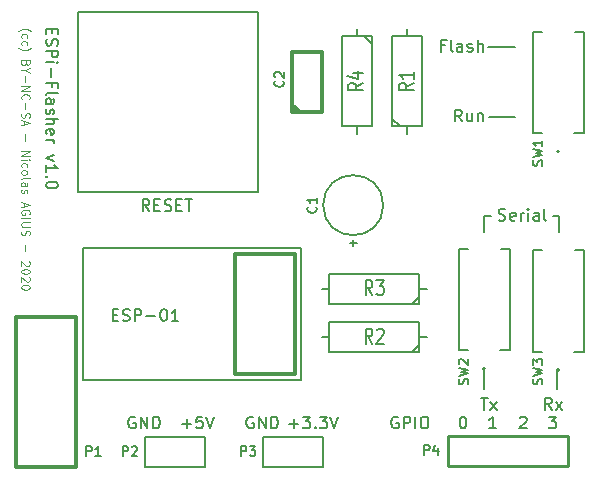
<source format=gto>
G04 (created by PCBNEW (2013-jul-07)-stable) date jeu. 28 mai 2020 22:11:48 IST*
%MOIN*%
G04 Gerber Fmt 3.4, Leading zero omitted, Abs format*
%FSLAX34Y34*%
G01*
G70*
G90*
G04 APERTURE LIST*
%ADD10C,0.00590551*%
%ADD11C,0.00472441*%
%ADD12C,0.00787402*%
%ADD13C,0.012*%
%ADD14C,0.005*%
%ADD15C,0.01*%
%ADD16C,0.006*%
%ADD17C,0.00511811*%
%ADD18C,0.008*%
%ADD19C,0.0075*%
%ADD20C,0.0019685*%
G04 APERTURE END LIST*
G54D10*
G54D11*
X531Y-938D02*
X544Y-925D01*
X583Y-898D01*
X610Y-885D01*
X649Y-872D01*
X715Y-859D01*
X767Y-859D01*
X833Y-872D01*
X872Y-885D01*
X898Y-898D01*
X938Y-925D01*
X951Y-938D01*
X649Y-1161D02*
X636Y-1135D01*
X636Y-1082D01*
X649Y-1056D01*
X662Y-1043D01*
X688Y-1030D01*
X767Y-1030D01*
X793Y-1043D01*
X807Y-1056D01*
X820Y-1082D01*
X820Y-1135D01*
X807Y-1161D01*
X649Y-1397D02*
X636Y-1371D01*
X636Y-1318D01*
X649Y-1292D01*
X662Y-1279D01*
X688Y-1266D01*
X767Y-1266D01*
X793Y-1279D01*
X807Y-1292D01*
X820Y-1318D01*
X820Y-1371D01*
X807Y-1397D01*
X531Y-1489D02*
X544Y-1502D01*
X583Y-1528D01*
X610Y-1541D01*
X649Y-1555D01*
X715Y-1568D01*
X767Y-1568D01*
X833Y-1555D01*
X872Y-1541D01*
X898Y-1528D01*
X938Y-1502D01*
X951Y-1489D01*
X780Y-2001D02*
X767Y-2040D01*
X754Y-2053D01*
X728Y-2066D01*
X688Y-2066D01*
X662Y-2053D01*
X649Y-2040D01*
X636Y-2014D01*
X636Y-1909D01*
X912Y-1909D01*
X912Y-2001D01*
X898Y-2027D01*
X885Y-2040D01*
X859Y-2053D01*
X833Y-2053D01*
X807Y-2040D01*
X793Y-2027D01*
X780Y-2001D01*
X780Y-1909D01*
X767Y-2237D02*
X636Y-2237D01*
X912Y-2145D02*
X767Y-2237D01*
X912Y-2329D01*
X741Y-2421D02*
X741Y-2631D01*
X636Y-2762D02*
X912Y-2762D01*
X636Y-2919D01*
X912Y-2919D01*
X662Y-3208D02*
X649Y-3195D01*
X636Y-3156D01*
X636Y-3129D01*
X649Y-3090D01*
X675Y-3064D01*
X702Y-3051D01*
X754Y-3038D01*
X793Y-3038D01*
X846Y-3051D01*
X872Y-3064D01*
X898Y-3090D01*
X912Y-3129D01*
X912Y-3156D01*
X898Y-3195D01*
X885Y-3208D01*
X741Y-3326D02*
X741Y-3536D01*
X649Y-3654D02*
X636Y-3694D01*
X636Y-3759D01*
X649Y-3786D01*
X662Y-3799D01*
X688Y-3812D01*
X715Y-3812D01*
X741Y-3799D01*
X754Y-3786D01*
X767Y-3759D01*
X780Y-3707D01*
X793Y-3681D01*
X807Y-3667D01*
X833Y-3654D01*
X859Y-3654D01*
X885Y-3667D01*
X898Y-3681D01*
X912Y-3707D01*
X912Y-3772D01*
X898Y-3812D01*
X715Y-3917D02*
X715Y-4048D01*
X636Y-3891D02*
X912Y-3982D01*
X636Y-4074D01*
X741Y-4376D02*
X741Y-4586D01*
X636Y-4927D02*
X912Y-4927D01*
X636Y-5085D01*
X912Y-5085D01*
X636Y-5216D02*
X820Y-5216D01*
X912Y-5216D02*
X898Y-5203D01*
X885Y-5216D01*
X898Y-5229D01*
X912Y-5216D01*
X885Y-5216D01*
X649Y-5465D02*
X636Y-5439D01*
X636Y-5387D01*
X649Y-5360D01*
X662Y-5347D01*
X688Y-5334D01*
X767Y-5334D01*
X793Y-5347D01*
X807Y-5360D01*
X820Y-5387D01*
X820Y-5439D01*
X807Y-5465D01*
X636Y-5623D02*
X649Y-5597D01*
X662Y-5583D01*
X688Y-5570D01*
X767Y-5570D01*
X793Y-5583D01*
X807Y-5597D01*
X820Y-5623D01*
X820Y-5662D01*
X807Y-5688D01*
X793Y-5702D01*
X767Y-5715D01*
X688Y-5715D01*
X662Y-5702D01*
X649Y-5688D01*
X636Y-5662D01*
X636Y-5623D01*
X636Y-5872D02*
X649Y-5846D01*
X675Y-5833D01*
X912Y-5833D01*
X636Y-6095D02*
X780Y-6095D01*
X807Y-6082D01*
X820Y-6056D01*
X820Y-6003D01*
X807Y-5977D01*
X649Y-6095D02*
X636Y-6069D01*
X636Y-6003D01*
X649Y-5977D01*
X675Y-5964D01*
X702Y-5964D01*
X728Y-5977D01*
X741Y-6003D01*
X741Y-6069D01*
X754Y-6095D01*
X649Y-6213D02*
X636Y-6240D01*
X636Y-6292D01*
X649Y-6318D01*
X675Y-6332D01*
X688Y-6332D01*
X715Y-6318D01*
X728Y-6292D01*
X728Y-6253D01*
X741Y-6227D01*
X767Y-6213D01*
X780Y-6213D01*
X807Y-6227D01*
X820Y-6253D01*
X820Y-6292D01*
X807Y-6318D01*
X715Y-6646D02*
X715Y-6778D01*
X636Y-6620D02*
X912Y-6712D01*
X636Y-6804D01*
X898Y-7040D02*
X912Y-7014D01*
X912Y-6975D01*
X898Y-6935D01*
X872Y-6909D01*
X846Y-6896D01*
X793Y-6883D01*
X754Y-6883D01*
X702Y-6896D01*
X675Y-6909D01*
X649Y-6935D01*
X636Y-6975D01*
X636Y-7001D01*
X649Y-7040D01*
X662Y-7053D01*
X754Y-7053D01*
X754Y-7001D01*
X636Y-7171D02*
X912Y-7171D01*
X912Y-7303D02*
X688Y-7303D01*
X662Y-7316D01*
X649Y-7329D01*
X636Y-7355D01*
X636Y-7408D01*
X649Y-7434D01*
X662Y-7447D01*
X688Y-7460D01*
X912Y-7460D01*
X649Y-7578D02*
X636Y-7618D01*
X636Y-7683D01*
X649Y-7709D01*
X662Y-7723D01*
X688Y-7736D01*
X715Y-7736D01*
X741Y-7723D01*
X754Y-7709D01*
X767Y-7683D01*
X780Y-7631D01*
X793Y-7604D01*
X807Y-7591D01*
X833Y-7578D01*
X859Y-7578D01*
X885Y-7591D01*
X898Y-7604D01*
X912Y-7631D01*
X912Y-7696D01*
X898Y-7736D01*
X741Y-8064D02*
X741Y-8274D01*
X885Y-8602D02*
X898Y-8615D01*
X912Y-8641D01*
X912Y-8707D01*
X898Y-8733D01*
X885Y-8746D01*
X859Y-8759D01*
X833Y-8759D01*
X793Y-8746D01*
X636Y-8589D01*
X636Y-8759D01*
X912Y-8930D02*
X912Y-8956D01*
X898Y-8982D01*
X885Y-8996D01*
X859Y-9009D01*
X807Y-9022D01*
X741Y-9022D01*
X688Y-9009D01*
X662Y-8996D01*
X649Y-8982D01*
X636Y-8956D01*
X636Y-8930D01*
X649Y-8904D01*
X662Y-8891D01*
X688Y-8877D01*
X741Y-8864D01*
X807Y-8864D01*
X859Y-8877D01*
X885Y-8891D01*
X898Y-8904D01*
X912Y-8930D01*
X885Y-9127D02*
X898Y-9140D01*
X912Y-9166D01*
X912Y-9232D01*
X898Y-9258D01*
X885Y-9271D01*
X859Y-9284D01*
X833Y-9284D01*
X793Y-9271D01*
X636Y-9114D01*
X636Y-9284D01*
X912Y-9455D02*
X912Y-9481D01*
X898Y-9507D01*
X885Y-9520D01*
X859Y-9534D01*
X807Y-9547D01*
X741Y-9547D01*
X688Y-9534D01*
X662Y-9520D01*
X649Y-9507D01*
X636Y-9481D01*
X636Y-9455D01*
X649Y-9429D01*
X662Y-9416D01*
X688Y-9402D01*
X741Y-9389D01*
X807Y-9389D01*
X859Y-9402D01*
X885Y-9416D01*
X898Y-9429D01*
X912Y-9455D01*
G54D12*
X16181Y-1456D02*
X17086Y-1456D01*
X16220Y-3779D02*
X17086Y-3779D01*
X15316Y-3938D02*
X15185Y-3751D01*
X15091Y-3938D02*
X15091Y-3545D01*
X15241Y-3545D01*
X15279Y-3563D01*
X15298Y-3582D01*
X15316Y-3620D01*
X15316Y-3676D01*
X15298Y-3713D01*
X15279Y-3732D01*
X15241Y-3751D01*
X15091Y-3751D01*
X15654Y-3676D02*
X15654Y-3938D01*
X15485Y-3676D02*
X15485Y-3882D01*
X15504Y-3920D01*
X15541Y-3938D01*
X15598Y-3938D01*
X15635Y-3920D01*
X15654Y-3901D01*
X15841Y-3676D02*
X15841Y-3938D01*
X15841Y-3713D02*
X15860Y-3695D01*
X15898Y-3676D01*
X15954Y-3676D01*
X15991Y-3695D01*
X16010Y-3732D01*
X16010Y-3938D01*
X14752Y-1409D02*
X14621Y-1409D01*
X14621Y-1616D02*
X14621Y-1222D01*
X14808Y-1222D01*
X15014Y-1616D02*
X14977Y-1597D01*
X14958Y-1559D01*
X14958Y-1222D01*
X15333Y-1616D02*
X15333Y-1409D01*
X15314Y-1372D01*
X15277Y-1353D01*
X15202Y-1353D01*
X15164Y-1372D01*
X15333Y-1597D02*
X15296Y-1616D01*
X15202Y-1616D01*
X15164Y-1597D01*
X15146Y-1559D01*
X15146Y-1522D01*
X15164Y-1484D01*
X15202Y-1466D01*
X15296Y-1466D01*
X15333Y-1447D01*
X15502Y-1597D02*
X15539Y-1616D01*
X15614Y-1616D01*
X15652Y-1597D01*
X15671Y-1559D01*
X15671Y-1541D01*
X15652Y-1503D01*
X15614Y-1484D01*
X15558Y-1484D01*
X15521Y-1466D01*
X15502Y-1428D01*
X15502Y-1409D01*
X15521Y-1372D01*
X15558Y-1353D01*
X15614Y-1353D01*
X15652Y-1372D01*
X15839Y-1616D02*
X15839Y-1222D01*
X16008Y-1616D02*
X16008Y-1409D01*
X15989Y-1372D01*
X15952Y-1353D01*
X15896Y-1353D01*
X15858Y-1372D01*
X15839Y-1391D01*
X18503Y-12874D02*
X18503Y-12244D01*
X16062Y-7086D02*
X16299Y-7086D01*
X16062Y-7637D02*
X16062Y-7086D01*
X18543Y-7086D02*
X18346Y-7086D01*
X18543Y-7637D02*
X18543Y-7086D01*
X16062Y-12204D02*
X16062Y-12874D01*
X16544Y-7227D02*
X16601Y-7245D01*
X16694Y-7245D01*
X16732Y-7227D01*
X16751Y-7208D01*
X16769Y-7170D01*
X16769Y-7133D01*
X16751Y-7095D01*
X16732Y-7077D01*
X16694Y-7058D01*
X16619Y-7039D01*
X16582Y-7020D01*
X16563Y-7002D01*
X16544Y-6964D01*
X16544Y-6927D01*
X16563Y-6889D01*
X16582Y-6871D01*
X16619Y-6852D01*
X16713Y-6852D01*
X16769Y-6871D01*
X17088Y-7227D02*
X17050Y-7245D01*
X16976Y-7245D01*
X16938Y-7227D01*
X16919Y-7189D01*
X16919Y-7039D01*
X16938Y-7002D01*
X16976Y-6983D01*
X17050Y-6983D01*
X17088Y-7002D01*
X17107Y-7039D01*
X17107Y-7077D01*
X16919Y-7114D01*
X17275Y-7245D02*
X17275Y-6983D01*
X17275Y-7058D02*
X17294Y-7020D01*
X17313Y-7002D01*
X17350Y-6983D01*
X17388Y-6983D01*
X17519Y-7245D02*
X17519Y-6983D01*
X17519Y-6852D02*
X17500Y-6871D01*
X17519Y-6889D01*
X17538Y-6871D01*
X17519Y-6852D01*
X17519Y-6889D01*
X17875Y-7245D02*
X17875Y-7039D01*
X17857Y-7002D01*
X17819Y-6983D01*
X17744Y-6983D01*
X17707Y-7002D01*
X17875Y-7227D02*
X17838Y-7245D01*
X17744Y-7245D01*
X17707Y-7227D01*
X17688Y-7189D01*
X17688Y-7152D01*
X17707Y-7114D01*
X17744Y-7095D01*
X17838Y-7095D01*
X17875Y-7077D01*
X18119Y-7245D02*
X18082Y-7227D01*
X18063Y-7189D01*
X18063Y-6852D01*
X18308Y-13545D02*
X18177Y-13357D01*
X18083Y-13545D02*
X18083Y-13151D01*
X18233Y-13151D01*
X18271Y-13170D01*
X18290Y-13188D01*
X18308Y-13226D01*
X18308Y-13282D01*
X18290Y-13320D01*
X18271Y-13338D01*
X18233Y-13357D01*
X18083Y-13357D01*
X18440Y-13545D02*
X18646Y-13282D01*
X18440Y-13282D02*
X18646Y-13545D01*
X15948Y-13151D02*
X16173Y-13151D01*
X16061Y-13545D02*
X16061Y-13151D01*
X16267Y-13545D02*
X16473Y-13282D01*
X16267Y-13282D02*
X16473Y-13545D01*
X18215Y-13781D02*
X18458Y-13781D01*
X18327Y-13931D01*
X18383Y-13931D01*
X18421Y-13950D01*
X18440Y-13968D01*
X18458Y-14006D01*
X18458Y-14100D01*
X18440Y-14137D01*
X18421Y-14156D01*
X18383Y-14175D01*
X18271Y-14175D01*
X18233Y-14156D01*
X18215Y-14137D01*
X17249Y-13818D02*
X17268Y-13800D01*
X17305Y-13781D01*
X17399Y-13781D01*
X17437Y-13800D01*
X17455Y-13818D01*
X17474Y-13856D01*
X17474Y-13893D01*
X17455Y-13950D01*
X17230Y-14175D01*
X17474Y-14175D01*
X16451Y-14175D02*
X16226Y-14175D01*
X16338Y-14175D02*
X16338Y-13781D01*
X16301Y-13837D01*
X16263Y-13875D01*
X16226Y-13893D01*
X15335Y-13781D02*
X15373Y-13781D01*
X15410Y-13800D01*
X15429Y-13818D01*
X15448Y-13856D01*
X15466Y-13931D01*
X15466Y-14025D01*
X15448Y-14100D01*
X15429Y-14137D01*
X15410Y-14156D01*
X15373Y-14175D01*
X15335Y-14175D01*
X15298Y-14156D01*
X15279Y-14137D01*
X15260Y-14100D01*
X15241Y-14025D01*
X15241Y-13931D01*
X15260Y-13856D01*
X15279Y-13818D01*
X15298Y-13800D01*
X15335Y-13781D01*
X13188Y-13800D02*
X13151Y-13781D01*
X13095Y-13781D01*
X13038Y-13800D01*
X13001Y-13837D01*
X12982Y-13875D01*
X12964Y-13950D01*
X12964Y-14006D01*
X12982Y-14081D01*
X13001Y-14118D01*
X13038Y-14156D01*
X13095Y-14175D01*
X13132Y-14175D01*
X13188Y-14156D01*
X13207Y-14137D01*
X13207Y-14006D01*
X13132Y-14006D01*
X13376Y-14175D02*
X13376Y-13781D01*
X13526Y-13781D01*
X13563Y-13800D01*
X13582Y-13818D01*
X13601Y-13856D01*
X13601Y-13912D01*
X13582Y-13950D01*
X13563Y-13968D01*
X13526Y-13987D01*
X13376Y-13987D01*
X13770Y-14175D02*
X13770Y-13781D01*
X14032Y-13781D02*
X14107Y-13781D01*
X14145Y-13800D01*
X14182Y-13837D01*
X14201Y-13912D01*
X14201Y-14043D01*
X14182Y-14118D01*
X14145Y-14156D01*
X14107Y-14175D01*
X14032Y-14175D01*
X13995Y-14156D01*
X13957Y-14118D01*
X13938Y-14043D01*
X13938Y-13912D01*
X13957Y-13837D01*
X13995Y-13800D01*
X14032Y-13781D01*
X9566Y-14025D02*
X9866Y-14025D01*
X9716Y-14175D02*
X9716Y-13875D01*
X10016Y-13781D02*
X10260Y-13781D01*
X10129Y-13931D01*
X10185Y-13931D01*
X10223Y-13950D01*
X10241Y-13968D01*
X10260Y-14006D01*
X10260Y-14100D01*
X10241Y-14137D01*
X10223Y-14156D01*
X10185Y-14175D01*
X10073Y-14175D01*
X10035Y-14156D01*
X10016Y-14137D01*
X10429Y-14137D02*
X10448Y-14156D01*
X10429Y-14175D01*
X10410Y-14156D01*
X10429Y-14137D01*
X10429Y-14175D01*
X10579Y-13781D02*
X10823Y-13781D01*
X10691Y-13931D01*
X10748Y-13931D01*
X10785Y-13950D01*
X10804Y-13968D01*
X10823Y-14006D01*
X10823Y-14100D01*
X10804Y-14137D01*
X10785Y-14156D01*
X10748Y-14175D01*
X10635Y-14175D01*
X10598Y-14156D01*
X10579Y-14137D01*
X10935Y-13781D02*
X11066Y-14175D01*
X11197Y-13781D01*
X5989Y-14025D02*
X6289Y-14025D01*
X6139Y-14175D02*
X6139Y-13875D01*
X6664Y-13781D02*
X6477Y-13781D01*
X6458Y-13968D01*
X6477Y-13950D01*
X6514Y-13931D01*
X6608Y-13931D01*
X6646Y-13950D01*
X6664Y-13968D01*
X6683Y-14006D01*
X6683Y-14100D01*
X6664Y-14137D01*
X6646Y-14156D01*
X6608Y-14175D01*
X6514Y-14175D01*
X6477Y-14156D01*
X6458Y-14137D01*
X6796Y-13781D02*
X6927Y-14175D01*
X7058Y-13781D01*
X8361Y-13800D02*
X8323Y-13781D01*
X8267Y-13781D01*
X8211Y-13800D01*
X8173Y-13837D01*
X8155Y-13875D01*
X8136Y-13950D01*
X8136Y-14006D01*
X8155Y-14081D01*
X8173Y-14118D01*
X8211Y-14156D01*
X8267Y-14175D01*
X8305Y-14175D01*
X8361Y-14156D01*
X8380Y-14137D01*
X8380Y-14006D01*
X8305Y-14006D01*
X8548Y-14175D02*
X8548Y-13781D01*
X8773Y-14175D01*
X8773Y-13781D01*
X8961Y-14175D02*
X8961Y-13781D01*
X9055Y-13781D01*
X9111Y-13800D01*
X9148Y-13837D01*
X9167Y-13875D01*
X9186Y-13950D01*
X9186Y-14006D01*
X9167Y-14081D01*
X9148Y-14118D01*
X9111Y-14156D01*
X9055Y-14175D01*
X8961Y-14175D01*
X4424Y-13800D02*
X4386Y-13781D01*
X4330Y-13781D01*
X4274Y-13800D01*
X4236Y-13837D01*
X4218Y-13875D01*
X4199Y-13950D01*
X4199Y-14006D01*
X4218Y-14081D01*
X4236Y-14118D01*
X4274Y-14156D01*
X4330Y-14175D01*
X4368Y-14175D01*
X4424Y-14156D01*
X4443Y-14137D01*
X4443Y-14006D01*
X4368Y-14006D01*
X4611Y-14175D02*
X4611Y-13781D01*
X4836Y-14175D01*
X4836Y-13781D01*
X5024Y-14175D02*
X5024Y-13781D01*
X5118Y-13781D01*
X5174Y-13800D01*
X5211Y-13837D01*
X5230Y-13875D01*
X5249Y-13950D01*
X5249Y-14006D01*
X5230Y-14081D01*
X5211Y-14118D01*
X5174Y-14156D01*
X5118Y-14175D01*
X5024Y-14175D01*
X4900Y-6931D02*
X4769Y-6743D01*
X4675Y-6931D02*
X4675Y-6537D01*
X4825Y-6537D01*
X4863Y-6556D01*
X4881Y-6574D01*
X4900Y-6612D01*
X4900Y-6668D01*
X4881Y-6706D01*
X4863Y-6724D01*
X4825Y-6743D01*
X4675Y-6743D01*
X5069Y-6724D02*
X5200Y-6724D01*
X5256Y-6931D02*
X5069Y-6931D01*
X5069Y-6537D01*
X5256Y-6537D01*
X5406Y-6912D02*
X5463Y-6931D01*
X5556Y-6931D01*
X5594Y-6912D01*
X5613Y-6893D01*
X5631Y-6856D01*
X5631Y-6818D01*
X5613Y-6781D01*
X5594Y-6762D01*
X5556Y-6743D01*
X5481Y-6724D01*
X5444Y-6706D01*
X5425Y-6687D01*
X5406Y-6649D01*
X5406Y-6612D01*
X5425Y-6574D01*
X5444Y-6556D01*
X5481Y-6537D01*
X5575Y-6537D01*
X5631Y-6556D01*
X5800Y-6724D02*
X5931Y-6724D01*
X5988Y-6931D02*
X5800Y-6931D01*
X5800Y-6537D01*
X5988Y-6537D01*
X6100Y-6537D02*
X6325Y-6537D01*
X6212Y-6931D02*
X6212Y-6537D01*
X1661Y-851D02*
X1661Y-982D01*
X1454Y-1038D02*
X1454Y-851D01*
X1848Y-851D01*
X1848Y-1038D01*
X1473Y-1188D02*
X1454Y-1244D01*
X1454Y-1338D01*
X1473Y-1376D01*
X1492Y-1394D01*
X1529Y-1413D01*
X1567Y-1413D01*
X1604Y-1394D01*
X1623Y-1376D01*
X1642Y-1338D01*
X1661Y-1263D01*
X1679Y-1226D01*
X1698Y-1207D01*
X1736Y-1188D01*
X1773Y-1188D01*
X1811Y-1207D01*
X1829Y-1226D01*
X1848Y-1263D01*
X1848Y-1357D01*
X1829Y-1413D01*
X1454Y-1582D02*
X1848Y-1582D01*
X1848Y-1732D01*
X1829Y-1769D01*
X1811Y-1788D01*
X1773Y-1807D01*
X1717Y-1807D01*
X1679Y-1788D01*
X1661Y-1769D01*
X1642Y-1732D01*
X1642Y-1582D01*
X1454Y-1976D02*
X1717Y-1976D01*
X1848Y-1976D02*
X1829Y-1957D01*
X1811Y-1976D01*
X1829Y-1994D01*
X1848Y-1976D01*
X1811Y-1976D01*
X1604Y-2163D02*
X1604Y-2463D01*
X1661Y-2782D02*
X1661Y-2650D01*
X1454Y-2650D02*
X1848Y-2650D01*
X1848Y-2838D01*
X1454Y-3044D02*
X1473Y-3007D01*
X1511Y-2988D01*
X1848Y-2988D01*
X1454Y-3363D02*
X1661Y-3363D01*
X1698Y-3344D01*
X1717Y-3307D01*
X1717Y-3232D01*
X1698Y-3194D01*
X1473Y-3363D02*
X1454Y-3325D01*
X1454Y-3232D01*
X1473Y-3194D01*
X1511Y-3175D01*
X1548Y-3175D01*
X1586Y-3194D01*
X1604Y-3232D01*
X1604Y-3325D01*
X1623Y-3363D01*
X1473Y-3532D02*
X1454Y-3569D01*
X1454Y-3644D01*
X1473Y-3682D01*
X1511Y-3700D01*
X1529Y-3700D01*
X1567Y-3682D01*
X1586Y-3644D01*
X1586Y-3588D01*
X1604Y-3550D01*
X1642Y-3532D01*
X1661Y-3532D01*
X1698Y-3550D01*
X1717Y-3588D01*
X1717Y-3644D01*
X1698Y-3682D01*
X1454Y-3869D02*
X1848Y-3869D01*
X1454Y-4038D02*
X1661Y-4038D01*
X1698Y-4019D01*
X1717Y-3982D01*
X1717Y-3925D01*
X1698Y-3888D01*
X1679Y-3869D01*
X1473Y-4375D02*
X1454Y-4338D01*
X1454Y-4263D01*
X1473Y-4225D01*
X1511Y-4206D01*
X1661Y-4206D01*
X1698Y-4225D01*
X1717Y-4263D01*
X1717Y-4338D01*
X1698Y-4375D01*
X1661Y-4394D01*
X1623Y-4394D01*
X1586Y-4206D01*
X1454Y-4563D02*
X1717Y-4563D01*
X1642Y-4563D02*
X1679Y-4581D01*
X1698Y-4600D01*
X1717Y-4638D01*
X1717Y-4675D01*
X1717Y-5069D02*
X1454Y-5163D01*
X1717Y-5256D01*
X1454Y-5613D02*
X1454Y-5388D01*
X1454Y-5500D02*
X1848Y-5500D01*
X1792Y-5463D01*
X1754Y-5425D01*
X1736Y-5388D01*
X1492Y-5781D02*
X1473Y-5800D01*
X1454Y-5781D01*
X1473Y-5763D01*
X1492Y-5781D01*
X1454Y-5781D01*
X1848Y-6044D02*
X1848Y-6081D01*
X1829Y-6119D01*
X1811Y-6137D01*
X1773Y-6156D01*
X1698Y-6175D01*
X1604Y-6175D01*
X1529Y-6156D01*
X1492Y-6137D01*
X1473Y-6119D01*
X1454Y-6081D01*
X1454Y-6044D01*
X1473Y-6006D01*
X1492Y-5988D01*
X1529Y-5969D01*
X1604Y-5950D01*
X1698Y-5950D01*
X1773Y-5969D01*
X1811Y-5988D01*
X1829Y-6006D01*
X1848Y-6044D01*
X9960Y-8149D02*
X9960Y-12559D01*
X2677Y-8149D02*
X9960Y-8149D01*
X2677Y-12559D02*
X2677Y-8149D01*
X9960Y-12559D02*
X2677Y-12559D01*
X3676Y-10386D02*
X3807Y-10386D01*
X3863Y-10592D02*
X3676Y-10592D01*
X3676Y-10198D01*
X3863Y-10198D01*
X4013Y-10573D02*
X4070Y-10592D01*
X4163Y-10592D01*
X4201Y-10573D01*
X4220Y-10554D01*
X4238Y-10517D01*
X4238Y-10479D01*
X4220Y-10442D01*
X4201Y-10423D01*
X4163Y-10404D01*
X4088Y-10386D01*
X4051Y-10367D01*
X4032Y-10348D01*
X4013Y-10311D01*
X4013Y-10273D01*
X4032Y-10236D01*
X4051Y-10217D01*
X4088Y-10198D01*
X4182Y-10198D01*
X4238Y-10217D01*
X4407Y-10592D02*
X4407Y-10198D01*
X4557Y-10198D01*
X4595Y-10217D01*
X4613Y-10236D01*
X4632Y-10273D01*
X4632Y-10329D01*
X4613Y-10367D01*
X4595Y-10386D01*
X4557Y-10404D01*
X4407Y-10404D01*
X4801Y-10442D02*
X5101Y-10442D01*
X5363Y-10198D02*
X5401Y-10198D01*
X5438Y-10217D01*
X5457Y-10236D01*
X5476Y-10273D01*
X5494Y-10348D01*
X5494Y-10442D01*
X5476Y-10517D01*
X5457Y-10554D01*
X5438Y-10573D01*
X5401Y-10592D01*
X5363Y-10592D01*
X5326Y-10573D01*
X5307Y-10554D01*
X5288Y-10517D01*
X5269Y-10442D01*
X5269Y-10348D01*
X5288Y-10273D01*
X5307Y-10236D01*
X5326Y-10217D01*
X5363Y-10198D01*
X5869Y-10592D02*
X5644Y-10592D01*
X5757Y-10592D02*
X5757Y-10198D01*
X5719Y-10254D01*
X5682Y-10292D01*
X5644Y-10311D01*
G54D13*
X456Y-15452D02*
X456Y-10452D01*
X456Y-10452D02*
X2456Y-10452D01*
X2456Y-10452D02*
X2456Y-15452D01*
X2456Y-15452D02*
X456Y-15452D01*
X7740Y-12354D02*
X7740Y-8354D01*
X7740Y-8354D02*
X9740Y-8354D01*
X9740Y-8354D02*
X9740Y-12354D01*
X9740Y-12354D02*
X7740Y-12354D01*
G54D14*
X13253Y-4098D02*
X14003Y-4098D01*
X14003Y-4098D02*
X14003Y-1098D01*
X14003Y-1098D02*
X13003Y-1098D01*
X13003Y-1098D02*
X13003Y-4098D01*
X13003Y-4098D02*
X13253Y-4098D01*
X13503Y-4348D02*
X13503Y-4098D01*
X13503Y-1098D02*
X13503Y-848D01*
X13253Y-4098D02*
X13003Y-3848D01*
X13901Y-11391D02*
X13901Y-10641D01*
X13901Y-10641D02*
X10901Y-10641D01*
X10901Y-10641D02*
X10901Y-11641D01*
X10901Y-11641D02*
X13901Y-11641D01*
X13901Y-11641D02*
X13901Y-11391D01*
X14151Y-11141D02*
X13901Y-11141D01*
X10901Y-11141D02*
X10651Y-11141D01*
X13901Y-11391D02*
X13651Y-11641D01*
X13901Y-9777D02*
X13901Y-9027D01*
X13901Y-9027D02*
X10901Y-9027D01*
X10901Y-9027D02*
X10901Y-10027D01*
X10901Y-10027D02*
X13901Y-10027D01*
X13901Y-10027D02*
X13901Y-9777D01*
X14151Y-9527D02*
X13901Y-9527D01*
X10901Y-9527D02*
X10651Y-9527D01*
X13901Y-9777D02*
X13651Y-10027D01*
X12694Y-6732D02*
G75*
G03X12694Y-6732I-1001J0D01*
G74*
G01*
G54D15*
X18850Y-15421D02*
X14850Y-15421D01*
X18850Y-14421D02*
X14850Y-14421D01*
X14850Y-14421D02*
X14850Y-15421D01*
X18850Y-15421D02*
X18850Y-14421D01*
G54D16*
X6748Y-14460D02*
X6748Y-15460D01*
X6748Y-15460D02*
X4748Y-15460D01*
X4748Y-15460D02*
X4748Y-14460D01*
X4748Y-14460D02*
X6748Y-14460D01*
X10685Y-14460D02*
X10685Y-15460D01*
X10685Y-15460D02*
X8685Y-15460D01*
X8685Y-15460D02*
X8685Y-14460D01*
X8685Y-14460D02*
X10685Y-14460D01*
X8511Y-307D02*
X8511Y-6307D01*
X8511Y-6307D02*
X2511Y-6307D01*
X2511Y-6307D02*
X2511Y-307D01*
X2511Y-307D02*
X8511Y-307D01*
G54D14*
X19055Y-11614D02*
X19389Y-11614D01*
X19389Y-11614D02*
X19389Y-8228D01*
X19389Y-8228D02*
X19094Y-8228D01*
X17992Y-8228D02*
X17696Y-8228D01*
X17696Y-8228D02*
X17696Y-11614D01*
X17696Y-11614D02*
X17992Y-11614D01*
G54D12*
X18562Y-12224D02*
G75*
G03X18562Y-12224I-39J0D01*
G74*
G01*
G54D14*
X16574Y-11574D02*
X16909Y-11574D01*
X16909Y-11574D02*
X16909Y-8188D01*
X16909Y-8188D02*
X16614Y-8188D01*
X15511Y-8188D02*
X15216Y-8188D01*
X15216Y-8188D02*
X15216Y-11574D01*
X15216Y-11574D02*
X15511Y-11574D01*
G54D12*
X16082Y-12185D02*
G75*
G03X16082Y-12185I-39J0D01*
G74*
G01*
G54D14*
X19055Y-4330D02*
X19389Y-4330D01*
X19389Y-4330D02*
X19389Y-944D01*
X19389Y-944D02*
X19094Y-944D01*
X17992Y-944D02*
X17696Y-944D01*
X17696Y-944D02*
X17696Y-4330D01*
X17696Y-4330D02*
X17992Y-4330D01*
G54D12*
X18562Y-4940D02*
G75*
G03X18562Y-4940I-39J0D01*
G74*
G01*
G54D14*
X12061Y-1098D02*
X11311Y-1098D01*
X11311Y-1098D02*
X11311Y-4098D01*
X11311Y-4098D02*
X12311Y-4098D01*
X12311Y-4098D02*
X12311Y-1098D01*
X12311Y-1098D02*
X12061Y-1098D01*
X11811Y-848D02*
X11811Y-1098D01*
X11811Y-4098D02*
X11811Y-4348D01*
X12061Y-1098D02*
X12311Y-1348D01*
G54D13*
X9657Y-3617D02*
X9657Y-1637D01*
X9657Y-1637D02*
X10657Y-1637D01*
X10657Y-1637D02*
X10657Y-3637D01*
X10657Y-3637D02*
X9657Y-3637D01*
X9907Y-3637D02*
X9657Y-3387D01*
G54D17*
X2799Y-15088D02*
X2799Y-14773D01*
X2919Y-14773D01*
X2949Y-14788D01*
X2964Y-14803D01*
X2979Y-14833D01*
X2979Y-14878D01*
X2964Y-14908D01*
X2949Y-14923D01*
X2919Y-14938D01*
X2799Y-14938D01*
X3278Y-15088D02*
X3098Y-15088D01*
X3188Y-15088D02*
X3188Y-14773D01*
X3158Y-14818D01*
X3128Y-14848D01*
X3098Y-14863D01*
G54D18*
G54D16*
X13706Y-2665D02*
X13468Y-2798D01*
X13706Y-2893D02*
X13206Y-2893D01*
X13206Y-2741D01*
X13230Y-2703D01*
X13253Y-2684D01*
X13301Y-2665D01*
X13372Y-2665D01*
X13420Y-2684D01*
X13444Y-2703D01*
X13468Y-2741D01*
X13468Y-2893D01*
X13706Y-2284D02*
X13706Y-2512D01*
X13706Y-2398D02*
X13206Y-2398D01*
X13277Y-2436D01*
X13325Y-2474D01*
X13349Y-2512D01*
X12334Y-11344D02*
X12201Y-11106D01*
X12106Y-11344D02*
X12106Y-10844D01*
X12258Y-10844D01*
X12296Y-10867D01*
X12315Y-10891D01*
X12334Y-10939D01*
X12334Y-11010D01*
X12315Y-11058D01*
X12296Y-11082D01*
X12258Y-11106D01*
X12106Y-11106D01*
X12487Y-10891D02*
X12506Y-10867D01*
X12544Y-10844D01*
X12639Y-10844D01*
X12677Y-10867D01*
X12696Y-10891D01*
X12715Y-10939D01*
X12715Y-10986D01*
X12696Y-11058D01*
X12468Y-11344D01*
X12715Y-11344D01*
X12334Y-9729D02*
X12201Y-9491D01*
X12106Y-9729D02*
X12106Y-9229D01*
X12258Y-9229D01*
X12296Y-9253D01*
X12315Y-9277D01*
X12334Y-9325D01*
X12334Y-9396D01*
X12315Y-9444D01*
X12296Y-9468D01*
X12258Y-9491D01*
X12106Y-9491D01*
X12468Y-9229D02*
X12715Y-9229D01*
X12582Y-9420D01*
X12639Y-9420D01*
X12677Y-9444D01*
X12696Y-9468D01*
X12715Y-9515D01*
X12715Y-9634D01*
X12696Y-9682D01*
X12677Y-9706D01*
X12639Y-9729D01*
X12525Y-9729D01*
X12487Y-9706D01*
X12468Y-9682D01*
G54D17*
X10451Y-6784D02*
X10466Y-6799D01*
X10481Y-6844D01*
X10481Y-6874D01*
X10466Y-6919D01*
X10436Y-6949D01*
X10406Y-6964D01*
X10346Y-6979D01*
X10301Y-6979D01*
X10241Y-6964D01*
X10211Y-6949D01*
X10181Y-6919D01*
X10166Y-6874D01*
X10166Y-6844D01*
X10181Y-6799D01*
X10196Y-6784D01*
X10481Y-6484D02*
X10481Y-6664D01*
X10481Y-6574D02*
X10166Y-6574D01*
X10211Y-6604D01*
X10241Y-6634D01*
X10256Y-6664D01*
G54D14*
G54D19*
X11700Y-8106D02*
X11700Y-7877D01*
X11814Y-7992D02*
X11585Y-7992D01*
G54D18*
G54D17*
X14058Y-15048D02*
X14058Y-14733D01*
X14178Y-14733D01*
X14208Y-14748D01*
X14223Y-14763D01*
X14238Y-14793D01*
X14238Y-14838D01*
X14223Y-14868D01*
X14208Y-14883D01*
X14178Y-14898D01*
X14058Y-14898D01*
X14508Y-14838D02*
X14508Y-15048D01*
X14433Y-14718D02*
X14358Y-14943D01*
X14553Y-14943D01*
X4019Y-15088D02*
X4019Y-14773D01*
X4139Y-14773D01*
X4169Y-14788D01*
X4184Y-14803D01*
X4199Y-14833D01*
X4199Y-14878D01*
X4184Y-14908D01*
X4169Y-14923D01*
X4139Y-14938D01*
X4019Y-14938D01*
X4319Y-14803D02*
X4334Y-14788D01*
X4364Y-14773D01*
X4439Y-14773D01*
X4469Y-14788D01*
X4484Y-14803D01*
X4499Y-14833D01*
X4499Y-14863D01*
X4484Y-14908D01*
X4304Y-15088D01*
X4499Y-15088D01*
X7956Y-15088D02*
X7956Y-14773D01*
X8076Y-14773D01*
X8106Y-14788D01*
X8121Y-14803D01*
X8136Y-14833D01*
X8136Y-14878D01*
X8121Y-14908D01*
X8106Y-14923D01*
X8076Y-14938D01*
X7956Y-14938D01*
X8241Y-14773D02*
X8436Y-14773D01*
X8331Y-14893D01*
X8376Y-14893D01*
X8406Y-14908D01*
X8421Y-14923D01*
X8436Y-14953D01*
X8436Y-15028D01*
X8421Y-15058D01*
X8406Y-15073D01*
X8376Y-15088D01*
X8286Y-15088D01*
X8256Y-15073D01*
X8241Y-15058D01*
G54D10*
G54D18*
G54D17*
X17986Y-12703D02*
X18001Y-12658D01*
X18001Y-12583D01*
X17986Y-12553D01*
X17971Y-12538D01*
X17941Y-12523D01*
X17911Y-12523D01*
X17881Y-12538D01*
X17866Y-12553D01*
X17851Y-12583D01*
X17836Y-12643D01*
X17821Y-12673D01*
X17806Y-12688D01*
X17776Y-12703D01*
X17746Y-12703D01*
X17716Y-12688D01*
X17701Y-12673D01*
X17686Y-12643D01*
X17686Y-12568D01*
X17701Y-12523D01*
X17686Y-12418D02*
X18001Y-12343D01*
X17776Y-12283D01*
X18001Y-12223D01*
X17686Y-12148D01*
X17686Y-12058D02*
X17686Y-11863D01*
X17806Y-11968D01*
X17806Y-11923D01*
X17821Y-11893D01*
X17836Y-11878D01*
X17866Y-11863D01*
X17941Y-11863D01*
X17971Y-11878D01*
X17986Y-11893D01*
X18001Y-11923D01*
X18001Y-12013D01*
X17986Y-12043D01*
X17971Y-12058D01*
G54D20*
G54D17*
X15506Y-12703D02*
X15521Y-12658D01*
X15521Y-12583D01*
X15506Y-12553D01*
X15491Y-12538D01*
X15461Y-12523D01*
X15431Y-12523D01*
X15401Y-12538D01*
X15386Y-12553D01*
X15371Y-12583D01*
X15356Y-12643D01*
X15341Y-12673D01*
X15326Y-12688D01*
X15296Y-12703D01*
X15266Y-12703D01*
X15236Y-12688D01*
X15221Y-12673D01*
X15206Y-12643D01*
X15206Y-12568D01*
X15221Y-12523D01*
X15206Y-12418D02*
X15521Y-12343D01*
X15296Y-12283D01*
X15521Y-12223D01*
X15206Y-12148D01*
X15236Y-12043D02*
X15221Y-12028D01*
X15206Y-11998D01*
X15206Y-11923D01*
X15221Y-11893D01*
X15236Y-11878D01*
X15266Y-11863D01*
X15296Y-11863D01*
X15341Y-11878D01*
X15521Y-12058D01*
X15521Y-11863D01*
G54D20*
G54D17*
X17986Y-5419D02*
X18001Y-5374D01*
X18001Y-5299D01*
X17986Y-5269D01*
X17971Y-5254D01*
X17941Y-5239D01*
X17911Y-5239D01*
X17881Y-5254D01*
X17866Y-5269D01*
X17851Y-5299D01*
X17836Y-5359D01*
X17821Y-5389D01*
X17806Y-5404D01*
X17776Y-5419D01*
X17746Y-5419D01*
X17716Y-5404D01*
X17701Y-5389D01*
X17686Y-5359D01*
X17686Y-5284D01*
X17701Y-5239D01*
X17686Y-5134D02*
X18001Y-5059D01*
X17776Y-5000D01*
X18001Y-4940D01*
X17686Y-4865D01*
X18001Y-4580D02*
X18001Y-4760D01*
X18001Y-4670D02*
X17686Y-4670D01*
X17731Y-4700D01*
X17761Y-4730D01*
X17776Y-4760D01*
G54D20*
G54D16*
X12013Y-2665D02*
X11775Y-2798D01*
X12013Y-2893D02*
X11513Y-2893D01*
X11513Y-2741D01*
X11537Y-2703D01*
X11561Y-2684D01*
X11608Y-2665D01*
X11680Y-2665D01*
X11727Y-2684D01*
X11751Y-2703D01*
X11775Y-2741D01*
X11775Y-2893D01*
X11680Y-2322D02*
X12013Y-2322D01*
X11489Y-2417D02*
X11846Y-2512D01*
X11846Y-2265D01*
G54D17*
X9354Y-2590D02*
X9369Y-2605D01*
X9384Y-2650D01*
X9384Y-2680D01*
X9369Y-2725D01*
X9339Y-2755D01*
X9309Y-2770D01*
X9249Y-2785D01*
X9204Y-2785D01*
X9144Y-2770D01*
X9114Y-2755D01*
X9085Y-2725D01*
X9070Y-2680D01*
X9070Y-2650D01*
X9085Y-2605D01*
X9100Y-2590D01*
X9100Y-2470D02*
X9085Y-2455D01*
X9070Y-2425D01*
X9070Y-2350D01*
X9085Y-2320D01*
X9100Y-2305D01*
X9129Y-2290D01*
X9159Y-2290D01*
X9204Y-2305D01*
X9384Y-2485D01*
X9384Y-2290D01*
M02*

</source>
